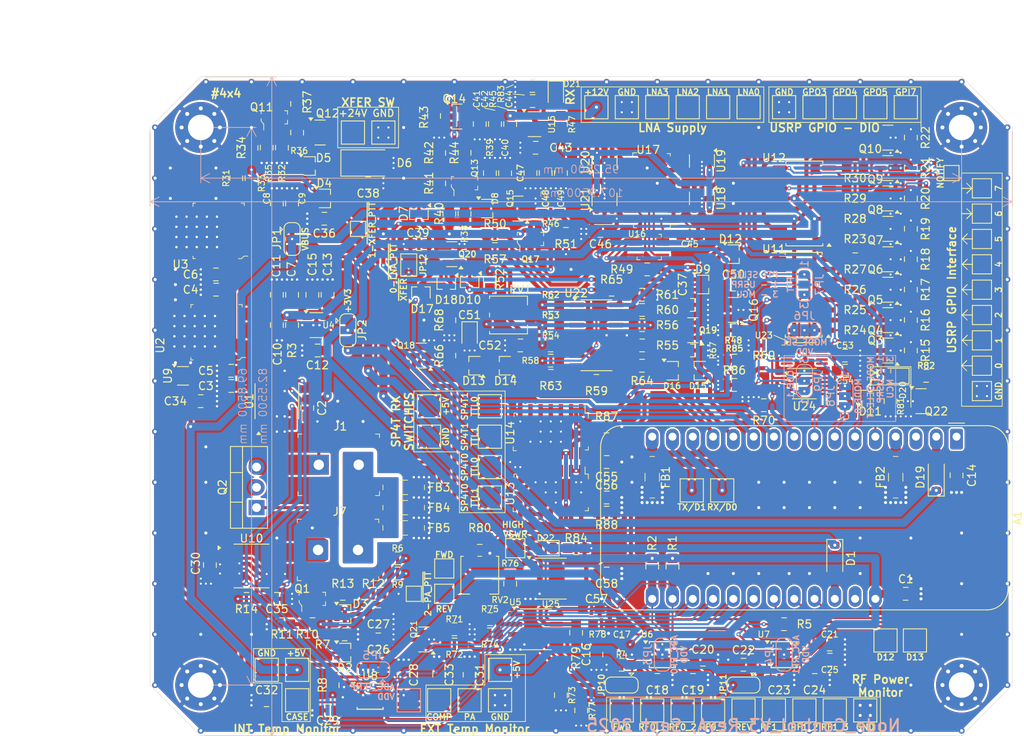
<source format=kicad_pcb>
(kicad_pcb
	(version 20240108)
	(generator "pcbnew")
	(generator_version "8.0")
	(general
		(thickness 1.6)
		(legacy_teardrops no)
	)
	(paper "A4")
	(title_block
		(title "Node_Controller")
		(date "2025-09-05")
		(rev "RevA")
		(company "VTNSI")
	)
	(layers
		(0 "F.Cu" signal)
		(31 "B.Cu" signal)
		(32 "B.Adhes" user "B.Adhesive")
		(33 "F.Adhes" user "F.Adhesive")
		(34 "B.Paste" user)
		(35 "F.Paste" user)
		(36 "B.SilkS" user "B.Silkscreen")
		(37 "F.SilkS" user "F.Silkscreen")
		(38 "B.Mask" user)
		(39 "F.Mask" user)
		(40 "Dwgs.User" user "User.Drawings")
		(41 "Cmts.User" user "User.Comments")
		(42 "Eco1.User" user "User.Eco1")
		(43 "Eco2.User" user "User.Eco2")
		(44 "Edge.Cuts" user)
		(45 "Margin" user)
		(46 "B.CrtYd" user "B.Courtyard")
		(47 "F.CrtYd" user "F.Courtyard")
		(48 "B.Fab" user)
		(49 "F.Fab" user)
		(50 "User.1" user)
		(51 "User.2" user)
		(52 "User.3" user)
		(53 "User.4" user)
		(54 "User.5" user)
		(55 "User.6" user)
		(56 "User.7" user)
		(57 "User.8" user)
		(58 "User.9" user)
	)
	(setup
		(pad_to_mask_clearance 0)
		(allow_soldermask_bridges_in_footprints no)
		(grid_origin 114.3 101.6)
		(pcbplotparams
			(layerselection 0x00010fc_ffffffff)
			(plot_on_all_layers_selection 0x0000000_00000000)
			(disableapertmacros no)
			(usegerberextensions no)
			(usegerberattributes yes)
			(usegerberadvancedattributes yes)
			(creategerberjobfile yes)
			(dashed_line_dash_ratio 12.000000)
			(dashed_line_gap_ratio 3.000000)
			(svgprecision 4)
			(plotframeref no)
			(viasonmask no)
			(mode 1)
			(useauxorigin no)
			(hpglpennumber 1)
			(hpglpenspeed 20)
			(hpglpendiameter 15.000000)
			(pdf_front_fp_property_popups yes)
			(pdf_back_fp_property_popups yes)
			(dxfpolygonmode yes)
			(dxfimperialunits yes)
			(dxfusepcbnewfont yes)
			(psnegative no)
			(psa4output no)
			(plotreference yes)
			(plotvalue yes)
			(plotfptext yes)
			(plotinvisibletext no)
			(sketchpadsonfab no)
			(subtractmaskfromsilk no)
			(outputformat 1)
			(mirror no)
			(drillshape 1)
			(scaleselection 1)
			(outputdirectory "")
		)
	)
	(net 0 "")
	(net 1 "Net-(A1-GND-Pad16)")
	(net 2 "GND")
	(net 3 "+3.3V")
	(net 4 "DIO_MODE_TTL1")
	(net 5 "Vdd_rf")
	(net 6 "VBUS")
	(net 7 "~{TEMP_ADC_AR}")
	(net 8 "DIO_MODE_TTL0")
	(net 9 "SCL")
	(net 10 "+5V")
	(net 11 "SDA")
	(net 12 "~{PA_CURR_ALERT}")
	(net 13 "u3V3")
	(net 14 "+28V")
	(net 15 "unconnected-(A1-~{RESET}-Pad1)")
	(net 16 "unconnected-(A1-EN-Pad27)")
	(net 17 "Net-(JP5-C)")
	(net 18 "unconnected-(A1-AREF-Pad3)")
	(net 19 "+12V")
	(net 20 "unconnected-(D2-NC-Pad2)")
	(net 21 "Net-(D2-A)")
	(net 22 "Net-(JP2-A)")
	(net 23 "Net-(D4-A)")
	(net 24 "Net-(D5-A)")
	(net 25 "Net-(D1-K)")
	(net 26 "unconnected-(D3-NC-Pad2)")
	(net 27 "Net-(D3-A)")
	(net 28 "unconnected-(D5-NC-Pad2)")
	(net 29 "+28V_IN")
	(net 30 "RF_FWD_POW")
	(net 31 "/rf_power_sensor/ADC_RF0_1")
	(net 32 "/rf_power_sensor/ADC_RF0_2")
	(net 33 "/rf_power_sensor/ADC_RF0_3")
	(net 34 "Net-(JP4-C)")
	(net 35 "RF_REV_POW")
	(net 36 "Net-(Q6-D)")
	(net 37 "Net-(Q7-D)")
	(net 38 "Net-(Q8-D)")
	(net 39 "Net-(Q9-D)")
	(net 40 "Net-(Q10-D)")
	(net 41 "/rf_power_sensor/ADC_RF1_1")
	(net 42 "/rf_power_sensor/ADC_RF1_2")
	(net 43 "PA_28V_SEND")
	(net 44 "/USRP GPIO Interface/gpio_7")
	(net 45 "Net-(JP1-A)")
	(net 46 "/USRP GPIO Interface/gpio_4")
	(net 47 "/USRP GPIO Interface/gpio_5")
	(net 48 "/rf_power_sensor/ADC_RF1_3")
	(net 49 "PA_FET_DIS")
	(net 50 "LNA_12V")
	(net 51 "~{XFER_PTT}")
	(net 52 "/RF Switch Control/XFER_COIL_28V")
	(net 53 "~{LNA_PTT}")
	(net 54 "~{LNA_EN}")
	(net 55 "/power_amp_interface/PA_28V")
	(net 56 "/W6PQL_Sequencer/~{PTT}")
	(net 57 "Net-(D8-A)")
	(net 58 "unconnected-(D8-NC-Pad2)")
	(net 59 "Net-(D9-A)")
	(net 60 "unconnected-(D9-NC-Pad2)")
	(net 61 "Net-(D10-A)")
	(net 62 "unconnected-(D10-NC-Pad2)")
	(net 63 "Net-(D16-A)")
	(net 64 "LNA0_VDD")
	(net 65 "USRP_GPIO_5")
	(net 66 "USRP_GPIO_0")
	(net 67 "USRP_GPIO_4")
	(net 68 "USRP_GPIO_6")
	(net 69 "USRP_GPIO_3")
	(net 70 "USRP_GPIO_1")
	(net 71 "USRP_GPIO_7")
	(net 72 "USRP_GPIO_2")
	(net 73 "LNA1_VDD")
	(net 74 "LNA2_VDD")
	(net 75 "LNA3_VDD")
	(net 76 "Net-(JP6-C)")
	(net 77 "unconnected-(D4-NC-Pad2)")
	(net 78 "Net-(D7-A)")
	(net 79 "unconnected-(D7-NC-Pad2)")
	(net 80 "Net-(D10-K)")
	(net 81 "/RF Switch Control/SP4T0_TTL0")
	(net 82 "/RF Switch Control/SP4T0_TTL1")
	(net 83 "/RF Switch Control/SP4T1_TTL1")
	(net 84 "/RF Switch Control/SP4T1_TTL0")
	(net 85 "Net-(Q1-B)")
	(net 86 "Net-(Q1-C)")
	(net 87 "Net-(Q3-D)")
	(net 88 "Net-(Q11-C)")
	(net 89 "Net-(Q11-B)")
	(net 90 "Net-(Q12-G)")
	(net 91 "Net-(Q4-D)")
	(net 92 "Net-(Q5-D)")
	(net 93 "~{PA_FET_DIS}")
	(net 94 "~{PA_FET_PTT}")
	(net 95 "~{RF_ADC0_AR}")
	(net 96 "~{RF_ADC1_AR}")
	(net 97 "Net-(R23-Pad2)")
	(net 98 "Net-(R24-Pad2)")
	(net 99 "Net-(R25-Pad2)")
	(net 100 "Net-(R26-Pad2)")
	(net 101 "Net-(R27-Pad2)")
	(net 102 "Net-(R28-Pad2)")
	(net 103 "Net-(R29-Pad2)")
	(net 104 "Net-(R30-Pad2)")
	(net 105 "USRP_MODE_0")
	(net 106 "USRP_PTT")
	(net 107 "USRP_MODE_1")
	(net 108 "MODE_0")
	(net 109 "MODE_1")
	(net 110 "/USRP GPIO Interface/gpio_3")
	(net 111 "DIO_SRC_SELECT")
	(net 112 "DIO_PTT")
	(net 113 "USRP_NOTIFY")
	(net 114 "unconnected-(D11-NC-Pad2)")
	(net 115 "Net-(D12-A)")
	(net 116 "unconnected-(D12-NC-Pad2)")
	(net 117 "unconnected-(D13-NC-Pad2)")
	(net 118 "Net-(D13-K)")
	(net 119 "Net-(D14-A)")
	(net 120 "unconnected-(D14-NC-Pad2)")
	(net 121 "Net-(D15-K)")
	(net 122 "unconnected-(D15-NC-Pad2)")
	(net 123 "unconnected-(D16-NC-Pad2)")
	(net 124 "Net-(D18-A)")
	(net 125 "unconnected-(D17-NC-Pad2)")
	(net 126 "unconnected-(D18-NC-Pad2)")
	(net 127 "PTT")
	(net 128 "PA_28V_RTN")
	(net 129 "Net-(Q13-C)")
	(net 130 "DIO_PA_PTT")
	(net 131 "DIO_USRP")
	(net 132 "DIO_XFER_PTT")
	(net 133 "DIO_LNA_PTT")
	(net 134 "Net-(Q13-B)")
	(net 135 "Net-(Q14-G)")
	(net 136 "Net-(Q17-B)")
	(net 137 "Net-(R52-Pad2)")
	(net 138 "Net-(R62-Pad1)")
	(net 139 "Net-(R63-Pad1)")
	(net 140 "Net-(R64-Pad1)")
	(net 141 "Net-(R65-Pad1)")
	(net 142 "Net-(U20-EN)")
	(net 143 "Net-(U21-EN)")
	(net 144 "unconnected-(U20-~{FLT}-Pad3)")
	(net 145 "unconnected-(U21-~{FLT}-Pad3)")
	(net 146 "/Preamp_Control/LNA_5V")
	(net 147 "Net-(C51-Pad1)")
	(net 148 "Net-(U15-EN)")
	(net 149 "/power_amp_interface/TEMP_PA")
	(net 150 "/power_amp_interface/TEMP_COMP")
	(net 151 "Net-(U4-BP)")
	(net 152 "~{XFER_DIS}")
	(net 153 "Net-(U15-BP)")
	(net 154 "Net-(U4-EN)")
	(net 155 "Net-(U22A-+)")
	(net 156 "Net-(U22B-+)")
	(net 157 "Net-(U22C-+)")
	(net 158 "Net-(U22D-+)")
	(net 159 "Net-(U22A--)")
	(net 160 "Net-(U22B--)")
	(net 161 "Net-(U22C--)")
	(net 162 "Net-(U22D--)")
	(net 163 "unconnected-(U1-NC-Pad13)")
	(net 164 "unconnected-(U1-ALERT-Pad7)")
	(net 165 "unconnected-(U9-NC-Pad1)")
	(net 166 "unconnected-(U9-NC-Pad5)")
	(net 167 "unconnected-(U10-NC-Pad13)")
	(net 168 "Net-(U13-Pad3)")
	(net 169 "Net-(U13-Pad10)")
	(net 170 "Net-(U14-Pad3)")
	(net 171 "Net-(U14-Pad10)")
	(net 172 "Net-(U16-~{Y2})")
	(net 173 "Net-(U16-~{Y3})")
	(net 174 "Net-(U16-~{Y1})")
	(net 175 "Net-(U16-~{Y0})")
	(net 176 "Net-(U19-EN)")
	(net 177 "Net-(U18-EN)")
	(net 178 "unconnected-(U18-~{FLT}-Pad3)")
	(net 179 "unconnected-(U19-~{FLT}-Pad3)")
	(net 180 "unconnected-(U23-Pad7)")
	(net 181 "unconnected-(U23-Pad4)")
	(net 182 "unconnected-(U23-Pad6)")
	(net 183 "unconnected-(U23-Pad5)")
	(net 184 "LNA_EN")
	(net 185 "Net-(Q21-G)")
	(net 186 "RX{slash}D0")
	(net 187 "D13")
	(net 188 "Net-(D19-K)")
	(net 189 "Net-(JP10-A)")
	(net 190 "Net-(JP11-A)")
	(net 191 "POW_FWD")
	(net 192 "POW_REV")
	(net 193 "Net-(U5A--)")
	(net 194 "Net-(R75-Pad2)")
	(net 195 "Net-(U25A-+)")
	(net 196 "Net-(U5B--)")
	(net 197 "Net-(R79-Pad2)")
	(net 198 "Net-(R80-Pad2)")
	(net 199 "Net-(U25A--)")
	(net 200 "unconnected-(U25B---Pad6)")
	(net 201 "unconnected-(U25-Pad7)")
	(net 202 "unconnected-(U25B-+-Pad5)")
	(net 203 "TX{slash}D1")
	(net 204 "D12")
	(net 205 "Net-(Q22-D)")
	(net 206 "Net-(D20-K)")
	(net 207 "Net-(D21-A)")
	(net 208 "Net-(D21-K)")
	(net 209 "Net-(D22-A)")
	(net 210 "Net-(D22-K)")
	(net 211 "Net-(Q2-G)")
	(net 212 "TEMP_PCB")
	(net 213 "/power_amp_interface/TEMP_CASE")
	(footprint "TestPoint:TestPoint_Pad_2.5x2.5mm" (layer "F.Cu") (at 149.225 142.875 180))
	(footprint "digikey-footprints:0805" (layer "F.Cu") (at 125.095 90.805))
	(footprint "Package_SO:TSSOP-10_3x3mm_P0.5mm" (layer "F.Cu") (at 142.875 135.89))
	(footprint "Diode_SMD:D_SMA" (layer "F.Cu") (at 90.9 74.295))
	(footprint "digikey-footprints:0805" (layer "F.Cu") (at 158.745 71.125 -90))
	(footprint "Module:Adafruit_Feather" (layer "F.Cu") (at 164.465 108.585 -90))
	(footprint "digikey-footprints:0805" (layer "F.Cu") (at 101.6 132.715 180))
	(footprint "digikey-footprints:0805" (layer "F.Cu") (at 73.66 100.33))
	(footprint "TestPoint:TestPoint_Pad_2.5x2.5mm" (layer "F.Cu") (at 130.81 67.31))
	(footprint "Package_SO:VSSOP-10_3x3mm_P0.5mm" (layer "F.Cu") (at 145.415 102.235))
	(footprint "TestPoint:TestPoint_Pad_2.5x2.5mm" (layer "F.Cu") (at 99.695 141.605 180))
	(footprint "digikey-footprints:0805" (layer "F.Cu") (at 158.745 74.935 -90))
	(footprint "digikey-footprints:0805" (layer "F.Cu") (at 158.745 93.985 -90))
	(footprint "digikey-footprints:0805" (layer "F.Cu") (at 74.295 76.2 90))
	(footprint "TestPoint:TestPoint_Pad_2.5x2.5mm" (layer "F.Cu") (at 98.425 104.775 180))
	(footprint "digikey-footprints:0805" (layer "F.Cu") (at 85.31 81.28 180))
	(footprint "Package_TO_SOT_SMD:SOT-323_SC-70" (layer "F.Cu") (at 97.155 80.645 -90))
	(footprint "digikey-footprints:0805" (layer "F.Cu") (at 121.285 90.17 180))
	(footprint "TestPoint:TestPoint_Pad_2.0x2.0mm" (layer "F.Cu") (at 167.64 80.645 90))
	(footprint "MountingHole:MountingHole_3.2mm_M3_Pad_Via" (layer "F.Cu") (at 69.85 139.7))
	(footprint "digikey-footprints:SOT-23-3" (layer "F.Cu") (at 111.125 83.82 90))
	(footprint "digikey-footprints:0805" (layer "F.Cu") (at 79.375 94.615 -90))
	(footprint "Package_TO_SOT_SMD:SOT-23-5" (layer "F.Cu") (at 120.396 74.168 90))
	(footprint "LED_SMD:LED_0805_2012Metric" (layer "F.Cu") (at 114.3 65.7075 -90))
	(footprint "digikey-footprints:0805" (layer "F.Cu") (at 128.905 124.875 -90))
	(footprint "digikey-footprints:0805" (layer "F.Cu") (at 83.82 132.08 180))
	(footprint "TestPoint:TestPoint_Pad_2.0x2.0mm" (layer "F.Cu") (at 167.64 99.695 90))
	(footprint "digikey-footprints:0805" (layer "F.Cu") (at 79.375 90.805 90))
	(footprint "digikey-footprints:0805" (layer "F.Cu") (at 140.335 97.155))
	(footprint "digikey-footprints:0805" (layer "F.Cu") (at 85.725 90.805 90))
	(footprint "TestPoint:TestPoint_Pad_2.5x2.5mm" (layer "F.Cu") (at 81.915 141.605 180))
	(footprint "Jumper:SolderJumper-3_P1.3mm_Bridged12_RoundedPad1.0x1.5mm" (layer "F.Cu") (at 88.265 95.25 -90))
	(footprint "digikey-footprints:0805" (layer "F.Cu") (at 81.915 66.895 90))
	(footprint "TestPoint:TestPoint_Pad_2.5x2.5mm" (layer "F.Cu") (at 88.9 70.485))
	(footprint "digikey-footprints:0805" (layer "F.Cu") (at 151.76 82.555 180))
	(footprint "TestPoint:TestPoint_Pad_2.5x2.5mm" (layer "F.Cu") (at 137.795 142.875))
	(footprint "Package_TO_SOT_SMD:SOT-323_SC-70" (layer "F.Cu") (at 132.715 89.52))
	(footprint "digikey-footprints:0805" (layer "F.Cu") (at 113.03 75.565 -90))
	(footprint "Package_TO_SOT_SMD:SOT-323_SC-70" (layer "F.Cu") (at 97.409 90.551 90))
	(footprint "LED_SMD:LED_0805_2012Metric" (layer "F.Cu") (at 113.03 122.555 180))
	(footprint "Package_TO_SOT_SMD:SOT-23"
		(layer "F.Cu")
		(uuid "25633359-a41c-4853-b617-34308cf6051e")
		(at 101.2675 85.725 180)
		(descr "SOT, 3 Pin (JEDEC TO-236 Var AB https://www.jedec.org/document_search?search_api_views_fulltext=TO-236), generated with kicad-footprint-generator ipc_gullwing_generator.py")
		(tags "SOT TO_SOT_SMD")
		(property "Reference" "Q20"
			(at -1.9535 0 0)
			(layer "F.SilkS")
			(uuid "8e8e69b2-4583-4df6-8409-2d68d582aa80")
			(effects
				(font
					(size 0.762 0.762)
					(thickness 0.1524)
					(bold yes)
				)
			)
		)
		(property "Value" "DMG3414U"
			(at 0 2.4 0)
			(layer "F.Fab")
			(uuid "b7282320-ed68-48d1-998e-192e33e5bf4d")
			(effects
				(font
					(size 1 1)
					(thickness 0.15)
				)
			)
		)
		(property "Footprint" "Package_TO_SOT_SMD:SOT-23"
			(at 0 0 0)
			(layer "F.Fab")
			(hide yes)
			(uuid "bf3d0960-4081-4246-a2fa-7237d2c368f8")
			(effects
				(font
					(size 1.27 1.27)
					(thickness 0.15)
				)
			)
		)
		(property "Datasheet" "http://www.diodes.com/assets/Datasheets/ds31739.pdf"
			(at 0 0 0)
			(layer "F.Fab")
			(hide yes)
			(uuid "5441f538-0857-4ed2-a2dc-7a5f2a038e9c")
			(effects
				(font
					(size 1.27 1.27)
					(thickness 0.15)
				)
			)
		)
		(property "Description" "4.2A Id, 20V Vds, N-Channel MOSFET, SOT-23"
			(at 0 0 0)
			(layer "F.Fab")
			(hide yes)
			(uuid "b6908889-82d5-4b04-a668-b7809f7a56db")
			(effects
				(font
					(size 1.27 1.27)
					(thickness 0.15)
				)
			)
		)
		(property ki_fp_filters "SOT?23*")
		(path "/5b04c6c8-15db-4bb7-b413-8018cbe233bd/6bb10339-9a72-4b22-b08e-bddb2a12710d")
		(sheetname "W6PQL_Sequencer")
		(sheetfile "w6pql_sequencer.kicad_sch")
		(attr smd)
		(fp_line
			(start 0 1.56)
			(end 0.65 1.56)
			(stroke
				(width 0.12)
				(type solid)
			)
			(layer "F.SilkS")
			(uuid "2e34dab0-ce12-404b-a6ed-9ef04008b288")
		)
		(fp_line
			(start 0 1.56)
			(end -0.65 1.56)
			(stroke
				(width 0.12)
				(type solid)
			)
			(layer "F.SilkS")
			(uuid "c82ee394-cb84-4118-92da-c671ab6dab9b")
		)
		(fp_line
			(start 0 -1.56)
			(end 0.65 -1.56)
			(stroke
				(width 0.12)
				(type solid)
			)
			(layer "F.SilkS")
			(uuid "a8bf951c-0c94-464f-be80-7112cab452ae")
		)
		(fp_line
			(start 0 -1.56)
			(end -0.65 -1.56)
			(stroke
				(width 0.12)
				(type solid)
			)
			(layer "F.SilkS")
			(uuid "54a3c585-3563-4b8b-84ba-8401f282c7cf")
		)
		(fp_poly
			(pts
				(xy -1.1625 -1.51) (xy -1.4025 -1.84) (xy -0.9225 -1.84) (xy -1.1625 -1.51)
			)
			(stroke
				(width 0.12)
				(type solid)
			)
			(fill solid)
			(layer "F.SilkS")
			(uuid "3870eea9-bf73-4dd3-9f34-086a0bb75684")
		)
		(fp_line
			(start 1.92 1.7)
			(end 1.92 -1.7)
			(stroke
				(width 0.05)
				(type solid)
			)
			(layer "F.CrtYd")
			(uuid "83dc4970-cb60-4b73-8d72-e289e0fb2c1e")
		)
		(fp_line
			(start 1.92 -1.7)
			(end -1.92 -1.7)
			(stroke
				(width 0.05)
				(type solid)
			)
			(layer "F.CrtYd")
			(uuid "4810f8ee-aa1e-4a08-b11f-7c5d87c6b3bf")
		)
		(fp_line
			(start -1.92 1.7)
			(end 1.92 1.7)
			(stroke
				(width 0.05)
				(type solid)
			)
			(layer "F.CrtYd")
			(uuid "ab06ad2a-4377-4034-86b0-12ecedfd4d6f")
		)
		(fp_line
			(start -1.92 -1.7)
			(end -1.92 1.7)
			(stroke
				(width 0.05)
				(type solid)
			)
			(layer "F.CrtYd")
			(uuid "4075f0c2-6b54-47a5-865a-02cf735898c2")
		)
		(fp_line
			(start 0.65 1.45)
			(end -0.65 1.45)
			(stroke
				(width 0.1)
				(type solid)
			)
			(layer "F.Fab")
			(uuid "92a95ec8-6027-4a75-a25e-0f9563f2d275")
		)
		(fp_line
			(start 0.65 -1
... [2466598 chars truncated]
</source>
